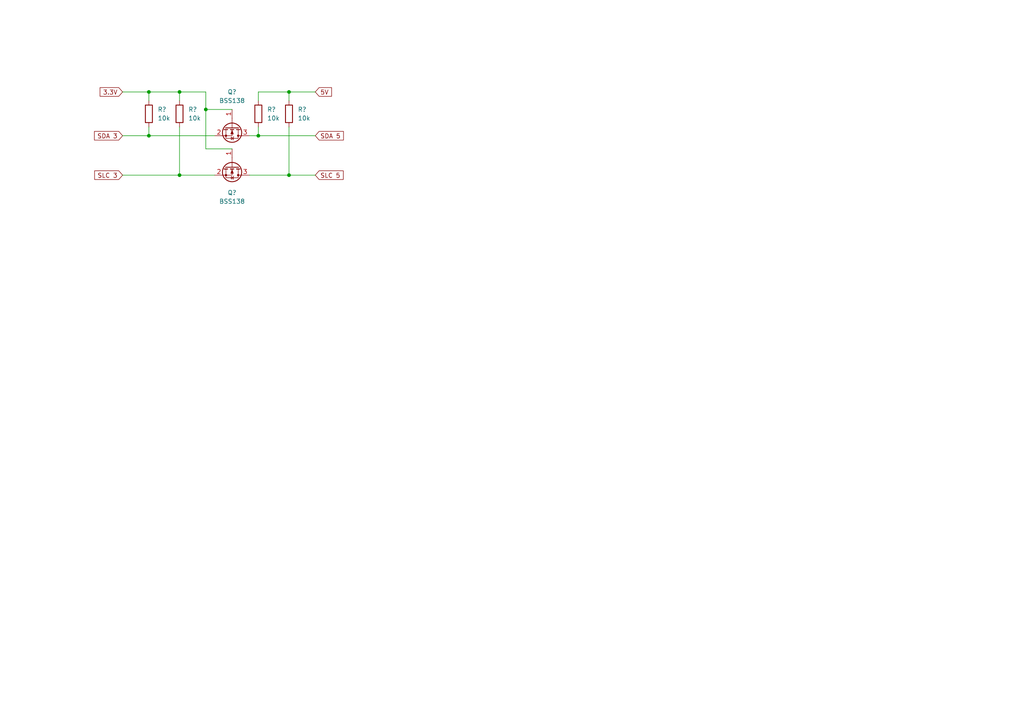
<source format=kicad_sch>
(kicad_sch (version 20211123) (generator eeschema)
  (paper "A4")
  (title_block (title "i2c level shifter"))
  (lib_symbols
    (symbol "Device:R" (pin_numbers hide) (pin_names (offset 0))
      (property "Reference" "R" (at 2.032 0 90))
      (property "Value" "R" (at 0 0 90))
      (symbol "R_0_1"
        (rectangle (start -1.016 -2.54) (end 1.016 2.54) (stroke (width 0.254)))
      )
      (symbol "R_1_1"
        (pin passive line (at 0 3.81 270) (length 1.27) (name "~") (number "1"))
        (pin passive line (at 0 -3.81 90) (length 1.27) (name "~") (number "2"))
      )
    )
    (symbol "Transistor_FET:BSS138" (pin_names hide)
      (property "Reference" "Q" (at 5.08 1.905 0))
      (property "Value" "BSS138" (at 5.08 0 0))
      (symbol "BSS138_0_1"
        (polyline (pts (xy 0.254 0) (xy -2.54 0)))
        (polyline (pts (xy 0.254 1.905) (xy 0.254 -1.905)) (stroke (width 0.254)))
        (polyline (pts (xy 0.762 -1.27) (xy 0.762 -2.286)) (stroke (width 0.254)))
        (polyline (pts (xy 0.762 0.508) (xy 0.762 -0.508)) (stroke (width 0.254)))
        (polyline (pts (xy 0.762 2.286) (xy 0.762 1.27)) (stroke (width 0.254)))
        (polyline (pts (xy 2.54 2.54) (xy 2.54 1.778)))
        (polyline (pts (xy 2.54 -2.54) (xy 2.54 0) (xy 0.762 0)))
        (polyline (pts (xy 0.762 -1.778) (xy 3.302 -1.778) (xy 3.302 1.778) (xy 0.762 1.778)))
        (polyline (pts (xy 1.016 0) (xy 2.032 0.381) (xy 2.032 -0.381) (xy 1.016 0)) (fill (type outline)))
        (polyline (pts (xy 2.794 0.508) (xy 2.921 0.381) (xy 3.683 0.381) (xy 3.81 0.254)))
        (polyline (pts (xy 3.302 0.381) (xy 2.921 -0.254) (xy 3.683 -0.254) (xy 3.302 0.381)))
        (circle (center 1.651 0) (radius 2.794) (stroke (width 0.254)))
        (circle (center 2.54 -1.778) (radius 0.254) (fill (type outline)))
        (circle (center 2.54 1.778) (radius 0.254) (fill (type outline)))
      )
      (symbol "BSS138_1_1"
        (pin input line (at -5.08 0 0) (length 2.54) (name "G") (number "1"))
        (pin passive line (at 2.54 -5.08 90) (length 2.54) (name "S") (number "2"))
        (pin passive line (at 2.54 5.08 270) (length 2.54) (name "D") (number "3"))
      )
    )
  )
  (junction (at 74.93 39.37))
  (junction (at 52.07 50.8))
  (junction (at 59.69 31.75))
  (junction (at 43.18 26.67))
  (junction (at 83.82 50.8))
  (junction (at 52.07 26.67))
  (junction (at 43.18 39.37))
  (junction (at 83.82 26.67))
  (wire (pts (xy 72.39 39.37) (xy 74.93 39.37)))
  (wire (pts (xy 74.93 36.83) (xy 74.93 39.37)))
  (wire (pts (xy 83.82 36.83) (xy 83.82 50.8)))
  (wire (pts (xy 74.93 29.21) (xy 74.93 26.67)))
  (wire (pts (xy 52.07 26.67) (xy 59.69 26.67)))
  (wire (pts (xy 52.07 36.83) (xy 52.07 50.8)))
  (wire (pts (xy 52.07 29.21) (xy 52.07 26.67)))
  (wire (pts (xy 83.82 26.67) (xy 91.44 26.67)))
  (wire (pts (xy 83.82 29.21) (xy 83.82 26.67)))
  (wire (pts (xy 43.18 39.37) (xy 43.18 36.83)))
  (wire (pts (xy 59.69 26.67) (xy 59.69 31.75)))
  (wire (pts (xy 72.39 50.8) (xy 83.82 50.8)))
  (wire (pts (xy 43.18 39.37) (xy 62.23 39.37)))
  (wire (pts (xy 35.56 39.37) (xy 43.18 39.37)))
  (wire (pts (xy 83.82 50.8) (xy 91.44 50.8)))
  (wire (pts (xy 59.69 31.75) (xy 67.31 31.75)))
  (wire (pts (xy 52.07 50.8) (xy 62.23 50.8)))
  (wire (pts (xy 35.56 50.8) (xy 52.07 50.8)))
  (wire (pts (xy 35.56 26.67) (xy 43.18 26.67)))
  (wire (pts (xy 74.93 39.37) (xy 91.44 39.37)))
  (wire (pts (xy 52.07 26.67) (xy 43.18 26.67)))
  (wire (pts (xy 74.93 26.67) (xy 83.82 26.67)))
  (wire (pts (xy 59.69 31.75) (xy 59.69 43.18)))
  (wire (pts (xy 43.18 29.21) (xy 43.18 26.67)))
  (wire (pts (xy 59.69 43.18) (xy 67.31 43.18)))
  (global_label "3.3V" (shape input) (at 35.56 26.67 180) (property "Intersheet References" "${INTERSHEET_REFS}" (effects hide)))
  (global_label "SLC 3" (shape input) (at 35.56 50.8 180) (property "Intersheet References" "${INTERSHEET_REFS}" (effects hide)))
  (global_label "5V" (shape input) (at 91.44 26.67 0) (property "Intersheet References" "${INTERSHEET_REFS}" (effects hide)))
  (global_label "SDA 3" (shape input) (at 35.56 39.37 180) (property "Intersheet References" "${INTERSHEET_REFS}" (effects hide)))
  (global_label "SDA 5" (shape input) (at 91.44 39.37 0) (property "Intersheet References" "${INTERSHEET_REFS}" (effects hide)))
  (global_label "SLC 5" (shape input) (at 91.44 50.8 0) (property "Intersheet References" "${INTERSHEET_REFS}" (effects hide)))
  (symbol (lib_id "Device:R") (at 74.93 33.02 0) (unit 1)
    (property "Reference" "R?" (at 77.47 31.7499 0) (effects (justify left)))
    (property "Value" "10k" (at 77.47 34.2899 0) (effects (justify left)))
  )
  (symbol (lib_id "Transistor_FET:BSS138") (at 67.31 48.26 270) (unit 1)
    (property "Reference" "Q?" (at 67.31 55.88 90))
    (property "Value" "BSS138" (at 67.31 58.42 90))
    (property "Footprint" "Package_TO_SOT_SMD:SOT-23" (effects hide))
    (property "Datasheet" "https://www.onsemi.com/pub/Collateral/BSS138-D.PDF" (effects hide))
  )
  (symbol (lib_id "Device:R") (at 43.18 33.02 0) (unit 1)
    (property "Reference" "R?" (at 45.72 31.7499 0) (effects (justify left)))
    (property "Value" "10k" (at 45.72 34.2899 0) (effects (justify left)))
  )
  (symbol (lib_id "Transistor_FET:BSS138") (at 67.31 36.83 270) (unit 1)
    (property "Reference" "Q?" (at 67.31 26.67 90))
    (property "Value" "BSS138" (at 67.31 29.21 90))
    (property "Footprint" "Package_TO_SOT_SMD:SOT-23" (effects hide))
    (property "Datasheet" "https://www.onsemi.com/pub/Collateral/BSS138-D.PDF" (effects hide))
  )
  (symbol (lib_id "Device:R") (at 52.07 33.02 0) (unit 1)
    (property "Reference" "R?" (at 54.61 31.7499 0) (effects (justify left)))
    (property "Value" "10k" (at 54.61 34.2899 0) (effects (justify left)))
  )
  (symbol (lib_id "Device:R") (at 83.82 33.02 0) (unit 1)
    (property "Reference" "R?" (at 86.36 31.7499 0) (effects (justify left)))
    (property "Value" "10k" (at 86.36 34.2899 0) (effects (justify left)))
  )
)
</source>
